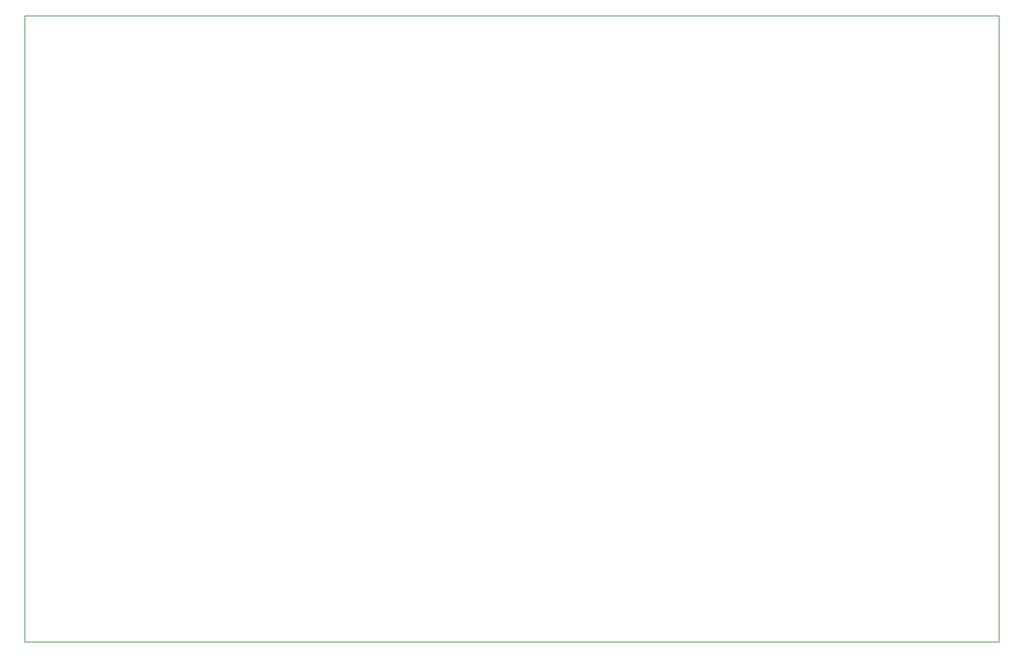
<source format=gm1>
G04 Layer_Color=16711935*
%FSLAX25Y25*%
%MOIN*%
G70*
G01*
G75*
%ADD77C,0.00800*%
D77*
X100000Y662500D02*
X975000D01*
X100000Y100000D02*
Y662500D01*
X975000Y100000D02*
Y662500D01*
X100000Y100000D02*
X975000D01*
M02*

</source>
